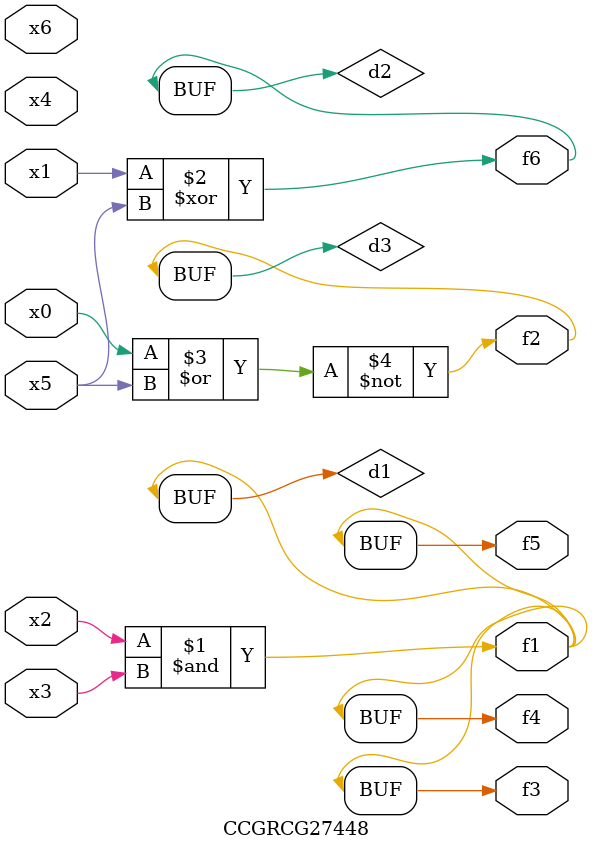
<source format=v>
module CCGRCG27448(
	input x0, x1, x2, x3, x4, x5, x6,
	output f1, f2, f3, f4, f5, f6
);

	wire d1, d2, d3;

	and (d1, x2, x3);
	xor (d2, x1, x5);
	nor (d3, x0, x5);
	assign f1 = d1;
	assign f2 = d3;
	assign f3 = d1;
	assign f4 = d1;
	assign f5 = d1;
	assign f6 = d2;
endmodule

</source>
